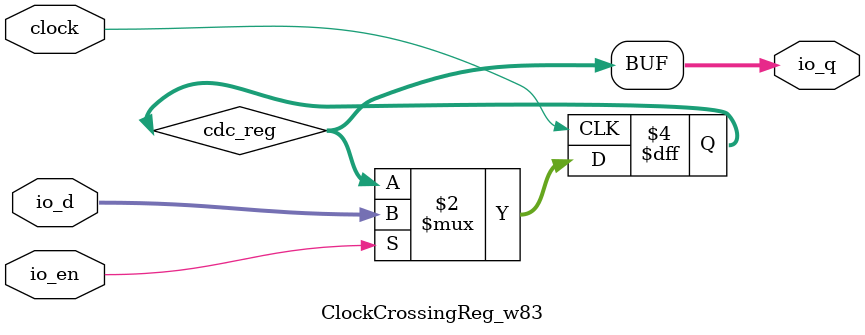
<source format=sv>
`ifndef RANDOMIZE
  `ifdef RANDOMIZE_REG_INIT
    `define RANDOMIZE
  `endif // RANDOMIZE_REG_INIT
`endif // not def RANDOMIZE
`ifndef RANDOMIZE
  `ifdef RANDOMIZE_MEM_INIT
    `define RANDOMIZE
  `endif // RANDOMIZE_MEM_INIT
`endif // not def RANDOMIZE

`ifndef RANDOM
  `define RANDOM $random
`endif // not def RANDOM

// Users can define 'PRINTF_COND' to add an extra gate to prints.
`ifndef PRINTF_COND_
  `ifdef PRINTF_COND
    `define PRINTF_COND_ (`PRINTF_COND)
  `else  // PRINTF_COND
    `define PRINTF_COND_ 1
  `endif // PRINTF_COND
`endif // not def PRINTF_COND_

// Users can define 'ASSERT_VERBOSE_COND' to add an extra gate to assert error printing.
`ifndef ASSERT_VERBOSE_COND_
  `ifdef ASSERT_VERBOSE_COND
    `define ASSERT_VERBOSE_COND_ (`ASSERT_VERBOSE_COND)
  `else  // ASSERT_VERBOSE_COND
    `define ASSERT_VERBOSE_COND_ 1
  `endif // ASSERT_VERBOSE_COND
`endif // not def ASSERT_VERBOSE_COND_

// Users can define 'STOP_COND' to add an extra gate to stop conditions.
`ifndef STOP_COND_
  `ifdef STOP_COND
    `define STOP_COND_ (`STOP_COND)
  `else  // STOP_COND
    `define STOP_COND_ 1
  `endif // STOP_COND
`endif // not def STOP_COND_

// Users can define INIT_RANDOM as general code that gets injected into the
// initializer block for modules with registers.
`ifndef INIT_RANDOM
  `define INIT_RANDOM
`endif // not def INIT_RANDOM

// If using random initialization, you can also define RANDOMIZE_DELAY to
// customize the delay used, otherwise 0.002 is used.
`ifndef RANDOMIZE_DELAY
  `define RANDOMIZE_DELAY 0.002
`endif // not def RANDOMIZE_DELAY

// Define INIT_RANDOM_PROLOG_ for use in our modules below.
`ifndef INIT_RANDOM_PROLOG_
  `ifdef RANDOMIZE
    `ifdef VERILATOR
      `define INIT_RANDOM_PROLOG_ `INIT_RANDOM
    `else  // VERILATOR
      `define INIT_RANDOM_PROLOG_ `INIT_RANDOM #`RANDOMIZE_DELAY begin end
    `endif // VERILATOR
  `else  // RANDOMIZE
    `define INIT_RANDOM_PROLOG_
  `endif // RANDOMIZE
`endif // not def INIT_RANDOM_PROLOG_

module ClockCrossingReg_w83(
  input         clock,
  input  [82:0] io_d,
  input         io_en,
  output [82:0] io_q
);

  reg [82:0] cdc_reg;	// @[Reg.scala:19:16]
  always @(posedge clock) begin
    if (io_en)
      cdc_reg <= io_d;	// @[Reg.scala:19:16]
  end // always @(posedge)
  `ifndef SYNTHESIS
    `ifdef FIRRTL_BEFORE_INITIAL
      `FIRRTL_BEFORE_INITIAL
    `endif // FIRRTL_BEFORE_INITIAL
    logic [31:0] _RANDOM_0;
    logic [31:0] _RANDOM_1;
    logic [31:0] _RANDOM_2;
    initial begin
      `ifdef INIT_RANDOM_PROLOG_
        `INIT_RANDOM_PROLOG_
      `endif // INIT_RANDOM_PROLOG_
      `ifdef RANDOMIZE_REG_INIT
        _RANDOM_0 = `RANDOM;
        _RANDOM_1 = `RANDOM;
        _RANDOM_2 = `RANDOM;
        cdc_reg = {_RANDOM_0, _RANDOM_1, _RANDOM_2[18:0]};	// @[Reg.scala:19:16]
      `endif // RANDOMIZE_REG_INIT
    end // initial
    `ifdef FIRRTL_AFTER_INITIAL
      `FIRRTL_AFTER_INITIAL
    `endif // FIRRTL_AFTER_INITIAL
  `endif // not def SYNTHESIS
  assign io_q = cdc_reg;	// @[Reg.scala:19:16]
endmodule


</source>
